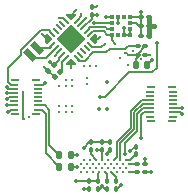
<source format=gbr>
%TF.GenerationSoftware,KiCad,Pcbnew,9.0.7+1*%
%TF.CreationDate,2026-02-21T13:52:29+00:00*%
%TF.ProjectId,ZSWatch-Extension,5a535761-7463-4682-9d45-7874656e7369,+ (Unreleased)*%
%TF.SameCoordinates,Original*%
%TF.FileFunction,Copper,L1,Top*%
%TF.FilePolarity,Positive*%
%FSLAX46Y46*%
G04 Gerber Fmt 4.6, Leading zero omitted, Abs format (unit mm)*
G04 Created by KiCad (PCBNEW 9.0.7+1) date 2026-02-21 13:52:29*
%MOMM*%
%LPD*%
G01*
G04 APERTURE LIST*
G04 Aperture macros list*
%AMRoundRect*
0 Rectangle with rounded corners*
0 $1 Rounding radius*
0 $2 $3 $4 $5 $6 $7 $8 $9 X,Y pos of 4 corners*
0 Add a 4 corners polygon primitive as box body*
4,1,4,$2,$3,$4,$5,$6,$7,$8,$9,$2,$3,0*
0 Add four circle primitives for the rounded corners*
1,1,$1+$1,$2,$3*
1,1,$1+$1,$4,$5*
1,1,$1+$1,$6,$7*
1,1,$1+$1,$8,$9*
0 Add four rect primitives between the rounded corners*
20,1,$1+$1,$2,$3,$4,$5,0*
20,1,$1+$1,$4,$5,$6,$7,0*
20,1,$1+$1,$6,$7,$8,$9,0*
20,1,$1+$1,$8,$9,$2,$3,0*%
%AMRotRect*
0 Rectangle, with rotation*
0 The origin of the aperture is its center*
0 $1 length*
0 $2 width*
0 $3 Rotation angle, in degrees counterclockwise*
0 Add horizontal line*
21,1,$1,$2,0,0,$3*%
%AMOutline4P*
0 Free polygon, 4 corners , with rotation*
0 The origin of the aperture is its center*
0 number of corners: always 4*
0 $1 to $8 corner X, Y*
0 $9 Rotation angle, in degrees counterclockwise*
0 create outline with 4 corners*
4,1,4,$1,$2,$3,$4,$5,$6,$7,$8,$1,$2,$9*%
G04 Aperture macros list end*
%TA.AperFunction,SMDPad,CuDef*%
%ADD10R,0.685000X0.180000*%
%TD*%
%TA.AperFunction,SMDPad,CuDef*%
%ADD11R,0.735000X0.230000*%
%TD*%
%TA.AperFunction,SMDPad,CuDef*%
%ADD12RoundRect,0.100000X-0.100000X0.130000X-0.100000X-0.130000X0.100000X-0.130000X0.100000X0.130000X0*%
%TD*%
%TA.AperFunction,SMDPad,CuDef*%
%ADD13RoundRect,0.100000X-0.130000X-0.100000X0.130000X-0.100000X0.130000X0.100000X-0.130000X0.100000X0*%
%TD*%
%TA.AperFunction,SMDPad,CuDef*%
%ADD14RoundRect,0.100000X0.100000X-0.130000X0.100000X0.130000X-0.100000X0.130000X-0.100000X-0.130000X0*%
%TD*%
%TA.AperFunction,SMDPad,CuDef*%
%ADD15RoundRect,0.100000X0.130000X0.100000X-0.130000X0.100000X-0.130000X-0.100000X0.130000X-0.100000X0*%
%TD*%
%TA.AperFunction,SMDPad,CuDef*%
%ADD16RoundRect,0.100000X0.021213X0.162635X-0.162635X-0.021213X-0.021213X-0.162635X0.162635X0.021213X0*%
%TD*%
%TA.AperFunction,SMDPad,CuDef*%
%ADD17RoundRect,0.147500X0.147500X0.172500X-0.147500X0.172500X-0.147500X-0.172500X0.147500X-0.172500X0*%
%TD*%
%TA.AperFunction,SMDPad,CuDef*%
%ADD18RotRect,1.140000X0.575000X315.000000*%
%TD*%
%TA.AperFunction,SMDPad,CuDef*%
%ADD19RoundRect,0.140000X-0.140000X-0.170000X0.140000X-0.170000X0.140000X0.170000X-0.140000X0.170000X0*%
%TD*%
%TA.AperFunction,SMDPad,CuDef*%
%ADD20RotRect,0.700000X0.200000X315.000000*%
%TD*%
%TA.AperFunction,SMDPad,CuDef*%
%ADD21Outline4P,-0.360000X-0.180000X0.360000X-0.180000X0.000000X0.180000X0.000000X0.180000X180.000000*%
%TD*%
%TA.AperFunction,SMDPad,CuDef*%
%ADD22RotRect,0.700000X0.200000X45.000000*%
%TD*%
%TA.AperFunction,SMDPad,CuDef*%
%ADD23RotRect,0.700000X0.200000X135.000000*%
%TD*%
%TA.AperFunction,SMDPad,CuDef*%
%ADD24Outline4P,-0.360000X-0.180000X0.360000X-0.180000X0.000000X0.180000X0.000000X0.180000X270.000000*%
%TD*%
%TA.AperFunction,SMDPad,CuDef*%
%ADD25Outline4P,-0.360000X-0.180000X0.360000X-0.180000X0.000000X0.180000X0.000000X0.180000X0.000000*%
%TD*%
%TA.AperFunction,SMDPad,CuDef*%
%ADD26Outline4P,-0.360000X-0.180000X0.360000X-0.180000X0.000000X0.180000X0.000000X0.180000X90.000000*%
%TD*%
%TA.AperFunction,SMDPad,CuDef*%
%ADD27RotRect,1.701800X1.701800X315.000000*%
%TD*%
%TA.AperFunction,SMDPad,CuDef*%
%ADD28C,0.200000*%
%TD*%
%TA.AperFunction,SMDPad,CuDef*%
%ADD29R,0.375000X0.350000*%
%TD*%
%TA.AperFunction,SMDPad,CuDef*%
%ADD30R,0.350000X0.375000*%
%TD*%
%TA.AperFunction,ViaPad*%
%ADD31C,0.350000*%
%TD*%
%TA.AperFunction,ViaPad*%
%ADD32C,0.302400*%
%TD*%
%TA.AperFunction,Conductor*%
%ADD33C,0.150000*%
%TD*%
%TA.AperFunction,Conductor*%
%ADD34C,0.200000*%
%TD*%
%TA.AperFunction,Conductor*%
%ADD35C,0.400000*%
%TD*%
G04 APERTURE END LIST*
D10*
%TO.P,X702,1,Pin_1*%
%TO.N,unconnected-(X702-Pin_1-Pad1)*%
X209292500Y-149550000D03*
%TO.P,X702,2,Pin_2*%
%TO.N,unconnected-(X702-Pin_2-Pad2)*%
X211307500Y-149550000D03*
%TO.P,X702,3,Pin_3*%
%TO.N,unconnected-(X702-Pin_3-Pad3)*%
X209292500Y-149900000D03*
%TO.P,X702,4,Pin_4*%
%TO.N,unconnected-(X702-Pin_4-Pad4)*%
X211307500Y-149900000D03*
%TO.P,X702,5,Pin_5*%
%TO.N,/Project Architecture/Audio/I2S_WCLK*%
X209292500Y-150250000D03*
%TO.P,X702,6,Pin_6*%
%TO.N,unconnected-(X702-Pin_6-Pad6)*%
X211307500Y-150250000D03*
%TO.P,X702,7,Pin_7*%
%TO.N,/Project Architecture/Audio/I2S_BCLK*%
X209292500Y-150600000D03*
%TO.P,X702,8,Pin_8*%
%TO.N,unconnected-(X702-Pin_8-Pad8)*%
X211307500Y-150600000D03*
%TO.P,X702,9,Pin_9*%
%TO.N,/Project Architecture/Audio/I2S_DIN*%
X209292500Y-150950000D03*
%TO.P,X702,10,Pin_10*%
%TO.N,/Project Architecture/Audio/+1V8_PA*%
X211307500Y-150950000D03*
%TO.P,X702,11,Pin_11*%
%TO.N,/Project Architecture/Audio/I2S_MCLK*%
X209292500Y-151300000D03*
%TO.P,X702,12,Pin_12*%
%TO.N,GND*%
X211307500Y-151300000D03*
%TO.P,X702,13,Pin_13*%
%TO.N,unconnected-(X702-Pin_13-Pad13)*%
X209292500Y-151650000D03*
%TO.P,X702,14,Pin_14*%
%TO.N,unconnected-(X702-Pin_14-Pad14)*%
X211307500Y-151650000D03*
D11*
%TO.P,X702,SH*%
%TO.N,N/C*%
X211167500Y-149175000D03*
X209432500Y-149175000D03*
X211167500Y-152025000D03*
X209432500Y-152025000D03*
%TD*%
D12*
%TO.P,C603,1*%
%TO.N,Net-(IC601-VMID)*%
X205725000Y-157105000D03*
%TO.P,C603,2*%
%TO.N,GNDA*%
X205725000Y-157745000D03*
%TD*%
D13*
%TO.P,C505,1*%
%TO.N,/Project Architecture/Connectors/+1V8_HR*%
X208572500Y-143200000D03*
%TO.P,C505,2*%
%TO.N,GND*%
X209212500Y-143200000D03*
%TD*%
D14*
%TO.P,C608,1*%
%TO.N,Net-(IC601-HPCFP)*%
X208175000Y-154825000D03*
%TO.P,C608,2*%
%TO.N,Net-(IC601-HPCFN)*%
X208175000Y-154185000D03*
%TD*%
D15*
%TO.P,R502,1*%
%TO.N,/Project Architecture/Connectors/+1V8_HR*%
X208920000Y-145675000D03*
%TO.P,R502,2*%
%TO.N,Net-(IC501-INT_{PPG})*%
X208280000Y-145675000D03*
%TD*%
D16*
%TO.P,C504,1*%
%TO.N,Net-(IC501-V_{CORE})*%
X201726274Y-147873726D03*
%TO.P,C504,2*%
%TO.N,GND*%
X201273726Y-148326274D03*
%TD*%
D13*
%TO.P,C506,1*%
%TO.N,/Project Architecture/Connectors/+1V8_HR*%
X208572500Y-143993000D03*
%TO.P,C506,2*%
%TO.N,GND*%
X209212500Y-143993000D03*
%TD*%
D16*
%TO.P,C502,1*%
%TO.N,/Project Architecture/Connectors/+1V8_HR*%
X201168109Y-147303465D03*
%TO.P,C502,2*%
%TO.N,GND*%
X200715561Y-147756013D03*
%TD*%
D14*
%TO.P,C503,1*%
%TO.N,/Project Architecture/Connectors/+1V8_HR*%
X204400000Y-143040000D03*
%TO.P,C503,2*%
%TO.N,GND*%
X204400000Y-142400000D03*
%TD*%
%TO.P,C602,1*%
%TO.N,Net-(IC601-VREF)*%
X205975000Y-154445000D03*
%TO.P,C602,2*%
%TO.N,GNDA*%
X205975000Y-153805000D03*
%TD*%
D17*
%TO.P,FB601,1*%
%TO.N,Net-(IC601-SP_P)*%
X202610001Y-154875000D03*
%TO.P,FB601,2*%
%TO.N,/Project Architecture/Audio/SP-P*%
X201640001Y-154875000D03*
%TD*%
D18*
%TO.P,Y501,1,1*%
%TO.N,Net-(IC501-32k_{OUT})*%
X199791682Y-145808318D03*
%TO.P,Y501,2,2*%
%TO.N,Net-(IC501-32k_{IN})*%
X199208318Y-146391682D03*
%TD*%
D19*
%TO.P,C511,1*%
%TO.N,/Project Architecture/Connectors/+1V8_HR*%
X208120000Y-147300000D03*
%TO.P,C511,2*%
%TO.N,GND*%
X209080000Y-147300000D03*
%TD*%
D20*
%TO.P,IC501,1,MFIO*%
%TO.N,/Project Architecture/Connectors/Status*%
X202476256Y-143237601D03*
D21*
X202653033Y-143103251D03*
D22*
X202829810Y-143237601D03*
D20*
%TO.P,IC501,2,CS_{ACC}*%
%TO.N,Net-(IC501-CS_{ACC})*%
X202193414Y-143520444D03*
%TO.P,IC501,3*%
%TO.N,N/C*%
X201910571Y-143803286D03*
%TO.P,IC501,4*%
X201627728Y-144086129D03*
%TO.P,IC501,5*%
X201344885Y-144368972D03*
%TO.P,IC501,6,~{RESET}*%
%TO.N,/Project Architecture/Connectors/~{RESET_{HR}}*%
X201062043Y-144651815D03*
D23*
%TO.P,IC501,7,GND*%
%TO.N,GND*%
X200779200Y-144934657D03*
D24*
X200644850Y-145111434D03*
D22*
X200779200Y-145288211D03*
%TO.P,IC501,8,32k_{OUT}*%
%TO.N,Net-(IC501-32k_{OUT})*%
X201062043Y-145571053D03*
%TO.P,IC501,9,32k_{IN}*%
%TO.N,Net-(IC501-32k_{IN})*%
X201344885Y-145853896D03*
%TO.P,IC501,10,GND*%
%TO.N,GND*%
X201627728Y-146136739D03*
%TO.P,IC501,11,V_{DD}*%
%TO.N,/Project Architecture/Connectors/+1V8_HR*%
X201910571Y-146419582D03*
%TO.P,IC501,12,V_{CORE}*%
%TO.N,Net-(IC501-V_{CORE})*%
X202193414Y-146702424D03*
%TO.P,IC501,13,INT_{ACC}*%
%TO.N,/Project Architecture/Heartrate/INT_{ACC}*%
X202476256Y-146985267D03*
D25*
X202653033Y-147119617D03*
D20*
X202829810Y-146985267D03*
%TO.P,IC501,14,INT_{PPG}*%
%TO.N,Net-(IC501-INT_{PPG})*%
X203112652Y-146702424D03*
%TO.P,IC501,15*%
%TO.N,N/C*%
X203395495Y-146419582D03*
%TO.P,IC501,16*%
X203678338Y-146136739D03*
%TO.P,IC501,17*%
X203961181Y-145853896D03*
%TO.P,IC501,18,CS_{PPG}*%
%TO.N,Net-(IC501-CS_{PPG})*%
X204244023Y-145571053D03*
D22*
%TO.P,IC501,19,SCLK_{SENSOR}*%
%TO.N,Net-(IC501-SCLK_{SENSOR})*%
X204526866Y-144934657D03*
D26*
X204661216Y-145111434D03*
D23*
X204526866Y-145288211D03*
D22*
%TO.P,IC501,20,MOSI_{SENSOR}*%
%TO.N,Net-(IC501-MOSI_{SENSOR})*%
X204244023Y-144651815D03*
%TO.P,IC501,21,MISO_{SENSOR}*%
%TO.N,Net-(IC501-MISO_{SENSOR})*%
X203961181Y-144368972D03*
%TO.P,IC501,22,V_{DD}*%
%TO.N,/Project Architecture/Connectors/+1V8_HR*%
X203678338Y-144086129D03*
%TO.P,IC501,23,SDA*%
%TO.N,/Project Architecture/Audio/I2C_SDA*%
X203395495Y-143803286D03*
%TO.P,IC501,24,SCL*%
%TO.N,/Project Architecture/Audio/I2C_SCL*%
X203112652Y-143520444D03*
D27*
%TO.P,IC501,25*%
%TO.N,N/C*%
X202653033Y-145111434D03*
%TD*%
D28*
%TO.P,IC601,A1,HPCSP*%
%TO.N,Net-(IC601-HPCSP)*%
X207525000Y-156345000D03*
%TO.P,IC601,A3,HP_L*%
%TO.N,unconnected-(IC601-HP_L-PadA3)*%
X207025000Y-156345000D03*
%TO.P,IC601,A5,HP_R*%
%TO.N,unconnected-(IC601-HP_R-PadA5)*%
X206525000Y-156345000D03*
%TO.P,IC601,A7,DACREF*%
%TO.N,Net-(IC601-DACREF)*%
X206025000Y-156345000D03*
%TO.P,IC601,A9,VMID*%
%TO.N,Net-(IC601-VMID)*%
X205525000Y-156345000D03*
%TO.P,IC601,A11,VDD_{SP}*%
%TO.N,VSYS*%
X205025000Y-156345000D03*
%TO.P,IC601,A13,SP_N*%
%TO.N,Net-(IC601-SP_N)*%
X204525000Y-156345000D03*
%TO.P,IC601,A15,MICBIAS1*%
%TO.N,unconnected-(IC601-MICBIAS1-PadA15)*%
X204025000Y-156345000D03*
%TO.P,IC601,A17,MICBIAS2*%
%TO.N,unconnected-(IC601-MICBIAS2-PadA17)*%
X203525000Y-156345000D03*
%TO.P,IC601,B2,GND_{CP}*%
%TO.N,GNDA*%
X207275000Y-156005000D03*
%TO.P,IC601,B4,GND_{Sense}*%
X206775000Y-156005000D03*
%TO.P,IC601,B6,VDD_{A}*%
%TO.N,/Project Architecture/Audio/+1V8_PA*%
X206275000Y-156005000D03*
%TO.P,IC601,B8,VREF*%
%TO.N,Net-(IC601-VREF)*%
X205775000Y-156005000D03*
%TO.P,IC601,B10,GND_{A}*%
%TO.N,GNDA*%
X205275000Y-156005000D03*
%TO.P,IC601,B12,SP_P*%
%TO.N,Net-(IC601-SP_P)*%
X204775000Y-156005000D03*
%TO.P,IC601,B14,VDD_{MIC}*%
%TO.N,unconnected-(IC601-VDD_{MIC}-PadB14)*%
X204275000Y-156005000D03*
%TO.P,IC601,B16,MIC1_N*%
%TO.N,unconnected-(IC601-MIC1_N-PadB16)*%
X203775000Y-156005000D03*
%TO.P,IC601,C1,HPCSN*%
%TO.N,Net-(IC601-HPCSN)*%
X207525000Y-155665000D03*
%TO.P,IC601,C3,HPCFN*%
%TO.N,Net-(IC601-HPCFN)*%
X207025000Y-155665000D03*
%TO.P,IC601,C5,DIN*%
%TO.N,/Project Architecture/Audio/I2S_DIN*%
X206525000Y-155665000D03*
%TO.P,IC601,C7,DOUT*%
%TO.N,unconnected-(IC601-DOUT-PadC7)*%
X206025000Y-155665000D03*
%TO.P,IC601,C9,SDA*%
%TO.N,/Project Architecture/Audio/I2C_SDA*%
X205525000Y-155665000D03*
%TO.P,IC601,C11,MCLK*%
%TO.N,/Project Architecture/Audio/I2S_MCLK*%
X205025000Y-155665000D03*
%TO.P,IC601,C13,AUX_L*%
%TO.N,unconnected-(IC601-AUX_L-PadC13)*%
X204525000Y-155665000D03*
%TO.P,IC601,C15,MIC2_N*%
%TO.N,unconnected-(IC601-MIC2_N-PadC15)*%
X204025000Y-155665000D03*
%TO.P,IC601,C17,MIC1_P*%
%TO.N,unconnected-(IC601-MIC1_P-PadC17)*%
X203525000Y-155665000D03*
%TO.P,IC601,D2,HPCFP*%
%TO.N,Net-(IC601-HPCFP)*%
X207275000Y-155325000D03*
%TO.P,IC601,D4,BCLK*%
%TO.N,/Project Architecture/Audio/I2S_BCLK*%
X206775000Y-155325000D03*
%TO.P,IC601,D6,WCLK*%
%TO.N,/Project Architecture/Audio/I2S_WCLK*%
X206275000Y-155325000D03*
%TO.P,IC601,D8,SCL*%
%TO.N,/Project Architecture/Audio/I2C_SCL*%
X205775000Y-155325000D03*
%TO.P,IC601,D10,VDD_{IO}*%
%TO.N,/Project Architecture/Audio/+1V8_PA*%
X205275000Y-155325000D03*
%TO.P,IC601,D12,VDIG*%
%TO.N,Net-(IC601-VDIG)*%
X204775000Y-155325000D03*
%TO.P,IC601,D14,AUX_R*%
%TO.N,unconnected-(IC601-AUX_R-PadD14)*%
X204275000Y-155325000D03*
%TO.P,IC601,D16,MIC2_P*%
%TO.N,unconnected-(IC601-MIC2_P-PadD16)*%
X203775000Y-155325000D03*
%TD*%
D12*
%TO.P,C604,1*%
%TO.N,Net-(IC601-DACREF)*%
X206425000Y-157105000D03*
%TO.P,C604,2*%
%TO.N,GNDA*%
X206425000Y-157745000D03*
%TD*%
D17*
%TO.P,FB602,1*%
%TO.N,Net-(IC601-SP_N)*%
X202610001Y-155875000D03*
%TO.P,FB602,2*%
%TO.N,/Project Architecture/Audio/SP-N*%
X201640001Y-155875000D03*
%TD*%
D13*
%TO.P,C610,1*%
%TO.N,Net-(IC601-HPCSP)*%
X208254999Y-156345000D03*
%TO.P,C610,2*%
%TO.N,GNDA*%
X208894999Y-156345000D03*
%TD*%
D29*
%TO.P,IC502,1,SCL/SCLK*%
%TO.N,Net-(IC501-SCLK_{SENSOR})*%
X206100000Y-143200000D03*
%TO.P,IC502,2,CS*%
%TO.N,Net-(IC501-CS_{ACC})*%
X206100000Y-143700000D03*
%TO.P,IC502,3,SDO/ADDR0*%
%TO.N,Net-(IC501-MISO_{SENSOR})*%
X206100000Y-144200000D03*
%TO.P,IC502,4,SDA/SDI/SDO*%
%TO.N,Net-(IC501-MOSI_{SENSOR})*%
X206100000Y-144700000D03*
D30*
%TO.P,IC502,5,NC*%
%TO.N,unconnected-(IC502-NC-Pad5)*%
X206612500Y-144712500D03*
%TO.P,IC502,6,GND*%
%TO.N,GND*%
X207112500Y-144712500D03*
D29*
%TO.P,IC502,7,RES*%
X207625000Y-144700000D03*
%TO.P,IC502,8,GND*%
X207625000Y-144200000D03*
%TO.P,IC502,9,VDD*%
%TO.N,/Project Architecture/Connectors/+1V8_HR*%
X207625000Y-143700000D03*
%TO.P,IC502,10,VDD_{IO}*%
X207625000Y-143200000D03*
D30*
%TO.P,IC502,11,INT2*%
%TO.N,unconnected-(IC502-INT2-Pad11)*%
X207112500Y-143187500D03*
%TO.P,IC502,12,INT1*%
%TO.N,/Project Architecture/Heartrate/INT_{ACC}*%
X206612500Y-143187500D03*
%TD*%
D13*
%TO.P,C507,1*%
%TO.N,/Project Architecture/Connectors/+1V8_HR*%
X208572500Y-144793000D03*
%TO.P,C507,2*%
%TO.N,GND*%
X209212500Y-144793000D03*
%TD*%
D12*
%TO.P,C606,1*%
%TO.N,VSYS*%
X204200000Y-157105000D03*
%TO.P,C606,2*%
%TO.N,GNDA*%
X204200000Y-157745000D03*
%TD*%
D14*
%TO.P,C601,1*%
%TO.N,Net-(IC601-VDIG)*%
X204300000Y-154445000D03*
%TO.P,C601,2*%
%TO.N,GNDA*%
X204300000Y-153805000D03*
%TD*%
%TO.P,C605,1*%
%TO.N,/Project Architecture/Audio/+1V8_PA*%
X205275000Y-154445000D03*
%TO.P,C605,2*%
%TO.N,GNDA*%
X205275000Y-153805000D03*
%TD*%
D10*
%TO.P,X701,1,Pin_1*%
%TO.N,/Project Architecture/Audio/SP-N*%
X199807500Y-151050000D03*
%TO.P,X701,2,Pin_2*%
%TO.N,/Project Architecture/Connectors/+1V8_HR*%
X197792500Y-151050000D03*
%TO.P,X701,3,Pin_3*%
%TO.N,/Project Architecture/Audio/SP-P*%
X199807500Y-150700000D03*
%TO.P,X701,4,Pin_4*%
%TO.N,VSYS*%
X197792500Y-150700000D03*
%TO.P,X701,5,Pin_5*%
%TO.N,unconnected-(X701-Pin_5-Pad5)*%
X199807500Y-150350000D03*
%TO.P,X701,6,Pin_6*%
%TO.N,unconnected-(X701-Pin_6-Pad6)*%
X197792500Y-150350000D03*
%TO.P,X701,7,Pin_7*%
%TO.N,unconnected-(X701-Pin_7-Pad7)*%
X199807500Y-150000000D03*
%TO.P,X701,8,Pin_8*%
%TO.N,/Project Architecture/Audio/I2C_SDA*%
X197792500Y-150000000D03*
%TO.P,X701,9,Pin_9*%
%TO.N,unconnected-(X701-Pin_9-Pad9)*%
X199807500Y-149650000D03*
%TO.P,X701,10,Pin_10*%
%TO.N,/Project Architecture/Audio/I2C_SCL*%
X197792500Y-149650000D03*
%TO.P,X701,11,Pin_11*%
%TO.N,unconnected-(X701-Pin_11-Pad11)*%
X199807500Y-149300000D03*
%TO.P,X701,12,Pin_12*%
%TO.N,/Project Architecture/Connectors/Status*%
X197792500Y-149300000D03*
%TO.P,X701,13,Pin_13*%
%TO.N,GND*%
X199807500Y-148950000D03*
%TO.P,X701,14,Pin_14*%
%TO.N,/Project Architecture/Connectors/~{RESET_{HR}}*%
X197792500Y-148950000D03*
D11*
%TO.P,X701,SH*%
%TO.N,N/C*%
X197932500Y-151425000D03*
X199667500Y-151425000D03*
X197932500Y-148575000D03*
X199667500Y-148575000D03*
%TD*%
D13*
%TO.P,C510,1*%
%TO.N,/Project Architecture/Connectors/+1V8_HR*%
X208280000Y-146400000D03*
%TO.P,C510,2*%
%TO.N,GND*%
X208920000Y-146400000D03*
%TD*%
%TO.P,C609,1*%
%TO.N,Net-(IC601-HPCSN)*%
X208255000Y-155625000D03*
%TO.P,C609,2*%
%TO.N,GNDA*%
X208895000Y-155625000D03*
%TD*%
D12*
%TO.P,C607,1*%
%TO.N,VSYS*%
X204900000Y-157105000D03*
%TO.P,C607,2*%
%TO.N,GNDA*%
X204900000Y-157745000D03*
%TD*%
D31*
%TO.N,GND*%
X207112500Y-144143000D03*
X200400000Y-148800000D03*
X209700000Y-143993000D03*
D32*
X209350000Y-146400000D03*
D31*
X209500000Y-146880000D03*
X212000000Y-151400000D03*
D32*
X206800000Y-146700000D03*
X204875000Y-142275000D03*
X201247524Y-146516942D03*
X200200000Y-144666584D03*
X200379773Y-147420227D03*
%TO.N,PD_GND*%
X203725000Y-147325000D03*
X204000000Y-148900000D03*
X204000000Y-148375000D03*
X202700000Y-148525000D03*
X201650000Y-150775000D03*
X204775000Y-147325000D03*
X202175000Y-151300000D03*
X202175000Y-150775000D03*
X201650000Y-149050000D03*
X204250000Y-147325000D03*
X202175000Y-148525000D03*
X202700000Y-151300000D03*
X201650000Y-151300000D03*
X202175000Y-149050000D03*
X202700000Y-149050000D03*
X202700000Y-150775000D03*
D31*
%TO.N,GNDA*%
X206842069Y-157435457D03*
D32*
X207275000Y-156005000D03*
D31*
X203700000Y-154300000D03*
X203700000Y-157745000D03*
X208900000Y-155200000D03*
X205300000Y-157500000D03*
X209400000Y-156345000D03*
D32*
X206775000Y-156005000D03*
X205275000Y-156005000D03*
D31*
%TO.N,VSYS*%
X205100000Y-150000000D03*
X197200000Y-150700000D03*
X209900000Y-145400000D03*
X203100000Y-157105000D03*
D32*
%TO.N,Net-(IC503-LED3-DRV)*%
X207890354Y-146060790D03*
D31*
X205687500Y-148737500D03*
D32*
%TO.N,Net-(IC503-LED1-DRV)*%
X207500000Y-147300000D03*
D31*
X205000000Y-151000000D03*
D32*
%TO.N,Net-(IC503-LED2-DRV)*%
X208600000Y-146800000D03*
D31*
X205650000Y-151000000D03*
%TO.N,/Project Architecture/Audio/I2C_SCL*%
X197200000Y-149650000D03*
D32*
X198630659Y-151830659D03*
X205775000Y-155325000D03*
X203500000Y-142972581D03*
X198616200Y-149583800D03*
%TO.N,/Project Architecture/Audio/I2C_SDA*%
X203900000Y-143300000D03*
D31*
X197181864Y-150198937D03*
D32*
X199048798Y-151700000D03*
X205525000Y-155665000D03*
%TO.N,/Project Architecture/Connectors/Status*%
X203100000Y-142656284D03*
D31*
X197200000Y-149172528D03*
D32*
%TO.N,Net-(IC601-VREF)*%
X205775000Y-156005000D03*
D31*
X205675000Y-154825000D03*
%TO.N,Net-(IC601-HPCFN)*%
X207675000Y-154525000D03*
D32*
X207025000Y-155665000D03*
D31*
%TO.N,Net-(IC601-SP_P)*%
X203125000Y-154875000D03*
D32*
X204775000Y-156005000D03*
%TO.N,Net-(IC601-SP_N)*%
X204525000Y-156345000D03*
D31*
X203125001Y-155875000D03*
D32*
%TO.N,Net-(IC501-SCLK_{SENSOR})*%
X205100000Y-144900000D03*
D31*
X205600000Y-143200000D03*
%TO.N,/Project Architecture/Heartrate/INT_{ACC}*%
X206612502Y-143712500D03*
D32*
X202653033Y-147529741D03*
%TO.N,Net-(IC501-MOSI_{SENSOR})*%
X206400000Y-145500000D03*
%TO.N,Net-(IC501-CS_{PPG})*%
X205500000Y-145500000D03*
%TO.N,Net-(IC501-CS_{ACC})*%
X201606169Y-143268723D03*
D31*
X204600000Y-143700000D03*
D32*
%TO.N,Net-(IC501-INT_{PPG})*%
X207200000Y-145900000D03*
%TO.N,Net-(IC501-MISO_{SENSOR})*%
X206100000Y-144200000D03*
%TO.N,/Project Architecture/Audio/I2S_DIN*%
X206525000Y-155665000D03*
D31*
X207175000Y-154825000D03*
D32*
%TO.N,/Project Architecture/Audio/I2S_MCLK*%
X205025000Y-155665000D03*
D31*
X208600000Y-153500000D03*
%TO.N,/Project Architecture/Connectors/+1V8_HR*%
X200900000Y-147000000D03*
X208572500Y-142800000D03*
D32*
X207202395Y-146302417D03*
D31*
X197290188Y-151299806D03*
X204850000Y-143040000D03*
D32*
%TO.N,/Project Architecture/Audio/+1V8_PA*%
X206275000Y-156005000D03*
D31*
X204845000Y-154445000D03*
X212000000Y-150900000D03*
D32*
X205275000Y-155325000D03*
%TD*%
D33*
%TO.N,GND*%
X200250000Y-148950000D02*
X200400000Y-148800000D01*
D34*
X207112258Y-144712743D02*
X207112501Y-144712500D01*
D33*
X200200000Y-144666584D02*
X200644850Y-145111434D01*
X201247524Y-146516942D02*
X201627728Y-146136738D01*
D34*
X207112501Y-144712500D02*
X207612500Y-144712500D01*
D33*
X204875000Y-142275000D02*
X204750000Y-142400000D01*
D34*
X207112500Y-144143000D02*
X207112501Y-144712500D01*
D33*
X212000000Y-151400000D02*
X211900000Y-151300000D01*
D35*
X209212500Y-143200000D02*
X209212500Y-143993000D01*
D33*
X201273726Y-148314178D02*
X200715561Y-147756013D01*
X199807500Y-148950000D02*
X200250000Y-148950000D01*
X201273726Y-148326274D02*
X201273726Y-148314178D01*
D34*
X207612500Y-144712500D02*
X207625000Y-144700000D01*
D33*
X209500000Y-146880000D02*
X209080000Y-147300000D01*
X211900000Y-151300000D02*
X211307500Y-151300000D01*
D34*
X207625000Y-144200000D02*
X207625000Y-144700000D01*
D35*
X209212500Y-143993000D02*
X209700000Y-143993000D01*
D34*
X200379773Y-147420227D02*
X200715560Y-147756014D01*
D33*
X204750000Y-142400000D02*
X204400000Y-142400000D01*
X209350000Y-146400000D02*
X208920000Y-146400000D01*
D35*
X209212500Y-143993000D02*
X209212500Y-144793000D01*
D33*
%TO.N,GNDA*%
X205545000Y-157745000D02*
X205300000Y-157500000D01*
X205275000Y-153805000D02*
X204300000Y-153805000D01*
X206842069Y-157435457D02*
X206532526Y-157745000D01*
X208895000Y-155205000D02*
X208900000Y-155200000D01*
X209400000Y-156345000D02*
X208894999Y-156345000D01*
X205975000Y-153805000D02*
X205275000Y-153805000D01*
X203700000Y-157745000D02*
X204200000Y-157745000D01*
X204900000Y-157745000D02*
X205055000Y-157745000D01*
X203700000Y-154300000D02*
X204195000Y-153805000D01*
X206532526Y-157745000D02*
X206425000Y-157745000D01*
X204195000Y-153805000D02*
X204300000Y-153805000D01*
X205055000Y-157745000D02*
X205300000Y-157500000D01*
X208895000Y-155625000D02*
X208895000Y-155205000D01*
X205724999Y-157745000D02*
X205545000Y-157745000D01*
%TO.N,VSYS*%
X204200000Y-157105000D02*
X204900000Y-157105000D01*
X209500000Y-147900000D02*
X209900000Y-147500000D01*
X203500001Y-157105001D02*
X204200000Y-157105000D01*
X203100000Y-157105000D02*
X203500000Y-157105000D01*
X197200000Y-150700000D02*
X197792500Y-150700000D01*
X203500000Y-157105000D02*
X203500001Y-157105001D01*
X207577480Y-147900000D02*
X209500000Y-147900000D01*
X205100000Y-150000000D02*
X205477480Y-150000000D01*
X204900000Y-156470000D02*
X204900000Y-157105000D01*
X204899999Y-157105001D02*
X204900000Y-157105000D01*
X205477480Y-150000000D02*
X207577480Y-147900000D01*
X209900000Y-147500000D02*
X209900000Y-145400000D01*
X205025000Y-156345000D02*
X204900000Y-156470000D01*
%TO.N,/Project Architecture/Audio/I2C_SCL*%
X198616200Y-149583800D02*
X198616200Y-151816200D01*
X203500000Y-143133096D02*
X203112652Y-143520444D01*
X203500000Y-142972581D02*
X203500000Y-143133096D01*
X197200000Y-149650000D02*
X197792500Y-149650000D01*
X198616200Y-151816200D02*
X198630659Y-151830659D01*
%TO.N,/Project Architecture/Audio/I2C_SDA*%
X197181864Y-150198937D02*
X197380801Y-150000000D01*
X197380801Y-150000000D02*
X197792500Y-150000000D01*
X203395495Y-143803286D02*
X203396714Y-143803286D01*
X203396714Y-143803286D02*
X203900000Y-143300000D01*
%TO.N,/Project Architecture/Connectors/~{RESET_{HR}}*%
X198400000Y-146400000D02*
X198400000Y-146003853D01*
X197550000Y-148950000D02*
X197300000Y-148700000D01*
X200064469Y-144339384D02*
X200749612Y-144339384D01*
X200749612Y-144339384D02*
X201062043Y-144651815D01*
X198400000Y-146003853D02*
X200064469Y-144339384D01*
X197792500Y-148950000D02*
X197550000Y-148950000D01*
X197300000Y-148700000D02*
X197300000Y-147500000D01*
X197300000Y-147500000D02*
X198400000Y-146400000D01*
%TO.N,/Project Architecture/Connectors/Status*%
X197327472Y-149300000D02*
X197792500Y-149300000D01*
X202700000Y-143056284D02*
X202653033Y-143103251D01*
X197209040Y-149172528D02*
X197272528Y-149172528D01*
X203100000Y-142656284D02*
X202653033Y-143103251D01*
X197200000Y-149172528D02*
X197327472Y-149300000D01*
%TO.N,Net-(IC501-V_{CORE})*%
X201963602Y-146932236D02*
X201963605Y-146932237D01*
X201861074Y-147738926D02*
X201861074Y-147034763D01*
X202193414Y-146702427D02*
X202193414Y-146702425D01*
X201861074Y-147034763D02*
X201963602Y-146932236D01*
X201726274Y-147873726D02*
X201861074Y-147738926D01*
X201963605Y-146932237D02*
X202193414Y-146702427D01*
%TO.N,Net-(IC601-VDIG)*%
X204300000Y-154445000D02*
X204300000Y-154850000D01*
X204300000Y-154850000D02*
X204775000Y-155325000D01*
%TO.N,Net-(IC601-VREF)*%
X205675000Y-154825000D02*
X205675000Y-154745000D01*
X205675000Y-154745000D02*
X205975000Y-154445000D01*
%TO.N,Net-(IC601-VMID)*%
X205725000Y-156544999D02*
X205525000Y-156344999D01*
X205725000Y-157105000D02*
X205725000Y-156544999D01*
%TO.N,Net-(IC601-DACREF)*%
X206425000Y-157045000D02*
X206425000Y-157105000D01*
X206025000Y-156345000D02*
X206425000Y-156745000D01*
X206425000Y-156745000D02*
X206425000Y-157105000D01*
%TO.N,Net-(IC601-HPCFP)*%
X207675000Y-155325000D02*
X208175000Y-154825000D01*
X207275000Y-155325000D02*
X207675000Y-155325000D01*
%TO.N,Net-(IC601-HPCFN)*%
X207675000Y-154525000D02*
X208015000Y-154185000D01*
X208015000Y-154185000D02*
X208175000Y-154185000D01*
%TO.N,Net-(IC601-HPCSN)*%
X207875000Y-155625000D02*
X207835000Y-155665000D01*
X207835000Y-155665000D02*
X207525000Y-155665000D01*
X208255000Y-155625000D02*
X207875000Y-155625000D01*
%TO.N,Net-(IC601-HPCSP)*%
X207525000Y-156345000D02*
X208255000Y-156345000D01*
%TO.N,Net-(IC601-SP_P)*%
X203125000Y-154875000D02*
X202610000Y-154875000D01*
%TO.N,/Project Architecture/Audio/SP-N*%
X200150000Y-151050000D02*
X199807500Y-151050000D01*
X200500000Y-154734999D02*
X200500000Y-151400000D01*
X200500000Y-151400000D02*
X200150000Y-151050000D01*
X201640001Y-155875000D02*
X200500000Y-154734999D01*
%TO.N,Net-(IC601-SP_N)*%
X203125001Y-155875000D02*
X202610001Y-155875000D01*
%TO.N,Net-(IC501-SCLK_{SENSOR})*%
X204888565Y-145111435D02*
X204661217Y-145111435D01*
X205100000Y-144900000D02*
X204888565Y-145111435D01*
X206100000Y-143200000D02*
X205600000Y-143200000D01*
%TO.N,/Project Architecture/Heartrate/INT_{ACC}*%
X206612500Y-143712498D02*
X206612500Y-143187500D01*
X202653033Y-147529741D02*
X202653033Y-147119619D01*
X206612502Y-143712500D02*
X206612500Y-143712498D01*
%TO.N,Net-(IC501-MOSI_{SENSOR})*%
X206100000Y-145200000D02*
X206400000Y-145500000D01*
X206100000Y-144700000D02*
X206100000Y-145200000D01*
X204495838Y-144400000D02*
X205400000Y-144400000D01*
X205700000Y-144700000D02*
X206100000Y-144700000D01*
X205400000Y-144400000D02*
X205700000Y-144700000D01*
X204244023Y-144651815D02*
X204495838Y-144400000D01*
%TO.N,Net-(IC501-CS_{PPG})*%
X204455379Y-145782409D02*
X204244023Y-145571053D01*
X205500000Y-145500000D02*
X205217591Y-145782409D01*
X205217591Y-145782409D02*
X204455379Y-145782409D01*
%TO.N,Net-(IC501-32k_{IN})*%
X200496619Y-146700000D02*
X199516636Y-146700000D01*
X201344885Y-145853896D02*
X201342723Y-145853896D01*
X201342723Y-145853896D02*
X200496619Y-146700000D01*
X199516636Y-146700000D02*
X199208318Y-146391682D01*
%TO.N,Net-(IC501-CS_{ACC})*%
X201941695Y-143268723D02*
X202193415Y-143520443D01*
X206100000Y-143700000D02*
X204600000Y-143700000D01*
X201606169Y-143268723D02*
X201941695Y-143268723D01*
%TO.N,Net-(IC501-INT_{PPG})*%
X205600000Y-146200000D02*
X205900000Y-145900000D01*
X203786220Y-146913780D02*
X204500000Y-146200000D01*
X204500000Y-146200000D02*
X205600000Y-146200000D01*
X203324008Y-146913780D02*
X203786220Y-146913780D01*
X207425000Y-145675000D02*
X208280000Y-145675000D01*
X205900000Y-145900000D02*
X207200000Y-145900000D01*
X203112652Y-146702424D02*
X203324008Y-146913780D01*
X207200000Y-145900000D02*
X207425000Y-145675000D01*
%TO.N,Net-(IC501-MISO_{SENSOR})*%
X205700000Y-144200000D02*
X206100000Y-144200000D01*
X204230153Y-144100000D02*
X205600000Y-144100000D01*
X205600000Y-144100000D02*
X205700000Y-144200000D01*
X203961181Y-144368972D02*
X204230153Y-144100000D01*
%TO.N,Net-(IC501-32k_{OUT})*%
X201062042Y-145571052D02*
X200824776Y-145808318D01*
X200824776Y-145808318D02*
X199791682Y-145808318D01*
%TO.N,/Project Architecture/Audio/I2S_DIN*%
X209292500Y-150950000D02*
X208750000Y-150950000D01*
X208251000Y-152849000D02*
X207175000Y-153925000D01*
X208750000Y-150950000D02*
X208251000Y-151449000D01*
X207175000Y-153925000D02*
X207175000Y-154825000D01*
X208251000Y-151449000D02*
X208251000Y-152849000D01*
%TO.N,/Project Architecture/Audio/I2S_BCLK*%
X208000000Y-152700000D02*
X206775000Y-153925000D01*
X208700000Y-150600000D02*
X208000000Y-151300000D01*
X208000000Y-151300000D02*
X208000000Y-152700000D01*
X209292500Y-150600000D02*
X208700000Y-150600000D01*
X206775000Y-153925000D02*
X206775000Y-155325000D01*
%TO.N,/Project Architecture/Audio/I2S_WCLK*%
X206500000Y-155100000D02*
X206275000Y-155325000D01*
X209292500Y-150250000D02*
X208650000Y-150250000D01*
X206500000Y-153800000D02*
X206500000Y-155100000D01*
X207700000Y-152600000D02*
X206500000Y-153800000D01*
X207700000Y-151200000D02*
X207700000Y-152600000D01*
X208650000Y-150250000D02*
X207700000Y-151200000D01*
%TO.N,/Project Architecture/Audio/I2S_MCLK*%
X208800000Y-151300000D02*
X208600000Y-151500000D01*
X209292500Y-151300000D02*
X208800000Y-151300000D01*
X208600000Y-151500000D02*
X208600000Y-153500000D01*
%TO.N,/Project Architecture/Audio/SP-P*%
X200800000Y-151100000D02*
X200400000Y-150700000D01*
X200400000Y-150700000D02*
X199807500Y-150700000D01*
X201640001Y-154875000D02*
X200800000Y-154034999D01*
X200800000Y-154034999D02*
X200800000Y-151100000D01*
%TO.N,/Project Architecture/Connectors/+1V8_HR*%
X207625000Y-143700000D02*
X208120000Y-143700000D01*
X208572501Y-143200000D02*
X207625000Y-143200000D01*
X197540000Y-151050000D02*
X197792500Y-151050000D01*
X201600000Y-146730153D02*
X201910570Y-146419583D01*
X208572500Y-142800000D02*
X208572501Y-142800001D01*
X208572500Y-144793001D02*
X208572500Y-143993000D01*
X208280000Y-146315000D02*
X208920000Y-145675000D01*
X208280000Y-146620000D02*
X208280000Y-146400000D01*
X207500000Y-146400000D02*
X208280000Y-146400000D01*
X200900000Y-147000000D02*
X200900000Y-147035356D01*
X197290194Y-151299806D02*
X197540000Y-151050000D01*
X208572500Y-143993000D02*
X208572501Y-143200000D01*
X207202395Y-146302417D02*
X207402417Y-146302417D01*
X207402417Y-146302417D02*
X207500000Y-146400000D01*
X208120000Y-147300000D02*
X208120000Y-146780000D01*
X208413000Y-143993000D02*
X208572500Y-143993000D01*
D34*
X204400000Y-143040000D02*
X204400000Y-143364469D01*
D33*
X201910570Y-146419583D02*
X201910572Y-146419583D01*
X197290188Y-151299806D02*
X197290194Y-151299806D01*
X208572501Y-142800001D02*
X208572501Y-143200000D01*
X208120000Y-143700000D02*
X208413000Y-143993000D01*
X200900000Y-147035356D02*
X201168109Y-147303465D01*
X201168109Y-147303465D02*
X201600000Y-146871574D01*
D34*
X204400000Y-143364469D02*
X203678338Y-144086131D01*
D33*
X201600000Y-146871574D02*
X201600000Y-146730153D01*
X208280000Y-146400000D02*
X208280000Y-146290000D01*
X208280000Y-146400000D02*
X208280000Y-146315000D01*
X208120000Y-146780000D02*
X208280000Y-146620000D01*
X204850000Y-143040000D02*
X204400000Y-143040000D01*
%TO.N,/Project Architecture/Audio/+1V8_PA*%
X211800000Y-150900000D02*
X211750000Y-150950000D01*
X205275000Y-155325000D02*
X205275000Y-154445000D01*
X211750000Y-150950000D02*
X211307500Y-150950000D01*
X212000000Y-150900000D02*
X211800000Y-150900000D01*
X204845000Y-154445000D02*
X205275000Y-154445000D01*
%TD*%
M02*

</source>
